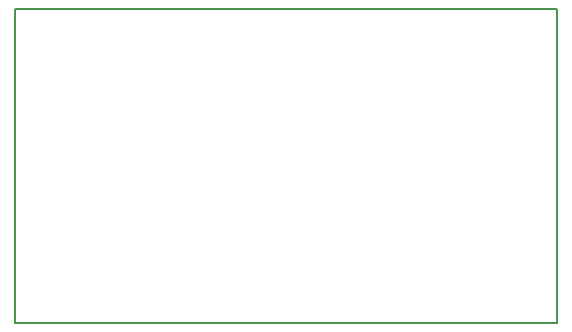
<source format=gbl>
G04 MADE WITH FRITZING*
G04 WWW.FRITZING.ORG*
G04 DOUBLE SIDED*
G04 HOLES PLATED*
G04 CONTOUR ON CENTER OF CONTOUR VECTOR*
%ASAXBY*%
%FSLAX23Y23*%
%MOIN*%
%OFA0B0*%
%SFA1.0B1.0*%
%ADD10R,1.815290X1.053220*%
%ADD11C,0.008000*%
%ADD10C,0.008*%
%LNCONTOUR*%
G90*
G70*
G54D10*
G54D11*
X4Y1049D02*
X1811Y1049D01*
X1811Y4D01*
X4Y4D01*
X4Y1049D01*
D02*
G04 End of contour*
M02*
</source>
